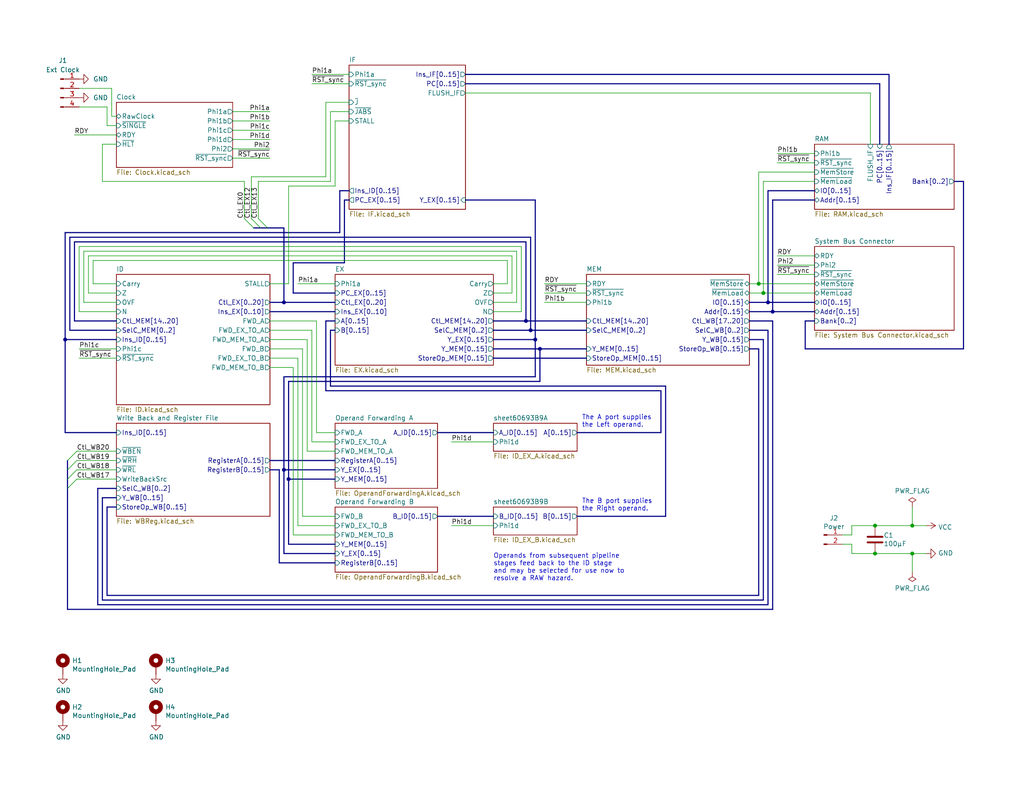
<source format=kicad_sch>
(kicad_sch (version 20230121) (generator eeschema)
  (paper "USLetter")
  (title_block (title "Turtle16: Main Board") (date "2022-09-25") (rev "C") (comment 4 "Microcomputer built from 74xx series logic chips."))
  (lib_symbols
    (symbol "Connector:Conn_01x02_Pin" (pin_names (offset 1.016) hide)
      (property "Reference" "J" (at 0 2.54 0))
      (property "Value" "Conn_01x02_Pin" (at 0 -5.08 0))
      (symbol "Conn_01x02_Pin_1_1"
        (polyline (pts (xy 1.27 -2.54) (xy 0.8636 -2.54)) (stroke (width 0.1524)))
        (polyline (pts (xy 1.27 0) (xy 0.8636 0)) (stroke (width 0.1524)))
        (rectangle (start 0.8636 -2.413) (end 0 -2.667) (stroke (width 0.1524)) (fill (type outline)))
        (rectangle (start 0.8636 0.127) (end 0 -0.127) (stroke (width 0.1524)) (fill (type outline)))
        (pin passive line (at 5.08 0 180) (length 3.81) (name "Pin_1") (number "1"))
        (pin passive line (at 5.08 -2.54 180) (length 3.81) (name "Pin_2") (number "2"))
      )
    )
    (symbol "Connector:Conn_01x04_Pin" (pin_names (offset 1.016) hide)
      (property "Reference" "J" (at 0 5.08 0))
      (property "Value" "Conn_01x04_Pin" (at 0 -7.62 0))
      (symbol "Conn_01x04_Pin_1_1"
        (polyline (pts (xy 1.27 -5.08) (xy 0.8636 -5.08)) (stroke (width 0.1524)))
        (polyline (pts (xy 1.27 -2.54) (xy 0.8636 -2.54)) (stroke (width 0.1524)))
        (polyline (pts (xy 1.27 0) (xy 0.8636 0)) (stroke (width 0.1524)))
        (polyline (pts (xy 1.27 2.54) (xy 0.8636 2.54)) (stroke (width 0.1524)))
        (rectangle (start 0.8636 -4.953) (end 0 -5.207) (stroke (width 0.1524)) (fill (type outline)))
        (rectangle (start 0.8636 -2.413) (end 0 -2.667) (stroke (width 0.1524)) (fill (type outline)))
        (rectangle (start 0.8636 0.127) (end 0 -0.127) (stroke (width 0.1524)) (fill (type outline)))
        (rectangle (start 0.8636 2.667) (end 0 2.413) (stroke (width 0.1524)) (fill (type outline)))
        (pin passive line (at 5.08 2.54 180) (length 3.81) (name "Pin_1") (number "1"))
        (pin passive line (at 5.08 0 180) (length 3.81) (name "Pin_2") (number "2"))
        (pin passive line (at 5.08 -2.54 180) (length 3.81) (name "Pin_3") (number "3"))
        (pin passive line (at 5.08 -5.08 180) (length 3.81) (name "Pin_4") (number "4"))
      )
    )
    (symbol "Device:C" (pin_numbers hide) (pin_names (offset 0.254))
      (property "Reference" "C" (at 0.635 2.54 0))
      (property "Value" "C" (at 0.635 -2.54 0))
      (symbol "C_0_1"
        (polyline (pts (xy -2.032 -0.762) (xy 2.032 -0.762)) (stroke (width 0.508)))
        (polyline (pts (xy -2.032 0.762) (xy 2.032 0.762)) (stroke (width 0.508)))
      )
      (symbol "C_1_1"
        (pin passive line (at 0 3.81 270) (length 2.794) (name "~") (number "1"))
        (pin passive line (at 0 -3.81 90) (length 2.794) (name "~") (number "2"))
      )
    )
    (symbol "Mechanical:MountingHole_Pad" (pin_numbers hide) (pin_names (offset 1.016) hide)
      (property "Reference" "H" (at 0 6.35 0))
      (property "Value" "MountingHole_Pad" (at 0 4.445 0))
      (symbol "MountingHole_Pad_0_1"
        (circle (center 0 1.27) (radius 1.27) (stroke (width 1.27)))
      )
      (symbol "MountingHole_Pad_1_1"
        (pin input line (at 0 -2.54 90) (length 2.54) (name "1") (number "1"))
      )
    )
    (symbol "power:GND" (power) (pin_names (offset 0))
      (property "Value" "GND" (at 0 -3.81 0))
      (symbol "GND_0_1"
        (polyline (pts (xy 0 0) (xy 0 -1.27) (xy 1.27 -1.27) (xy 0 -2.54) (xy -1.27 -1.27) (xy 0 -1.27)))
      )
      (symbol "GND_1_1"
        (pin power_in line (at 0 0 270) (length 0) hide (name "GND") (number "1"))
      )
    )
    (symbol "power:PWR_FLAG" (power) (pin_numbers hide) (pin_names (offset 0) hide)
      (property "Value" "PWR_FLAG" (at 0 3.81 0))
      (symbol "PWR_FLAG_0_0"
        (pin power_out line (at 0 0 90) (length 0) (name "pwr") (number "1"))
      )
      (symbol "PWR_FLAG_0_1"
        (polyline (pts (xy 0 0) (xy 0 1.27) (xy -1.016 1.905) (xy 0 2.54) (xy 1.016 1.905) (xy 0 1.27)))
      )
    )
    (symbol "power:VCC" (power) (pin_names (offset 0))
      (property "Value" "VCC" (at 0 3.81 0))
      (symbol "VCC_0_1"
        (polyline (pts (xy -0.762 1.27) (xy 0 2.54)))
        (polyline (pts (xy 0 0) (xy 0 2.54)))
        (polyline (pts (xy 0 2.54) (xy 0.762 1.27)))
      )
      (symbol "VCC_1_1"
        (pin power_in line (at 0 0 90) (length 0) hide (name "VCC") (number "1"))
      )
    )
  )
  (junction (at 77.47 128.27))
  (junction (at 147.32 95.25))
  (junction (at 207.01 77.47))
  (junction (at 238.76 151.13))
  (junction (at 248.92 151.13))
  (junction (at 208.28 80.01))
  (junction (at 143.51 87.63))
  (junction (at 146.05 92.71))
  (junction (at 144.78 90.17))
  (junction (at 248.92 143.51))
  (junction (at 78.74 130.81))
  (junction (at 209.55 82.55))
  (junction (at 77.47 82.55))
  (junction (at 210.82 85.09))
  (junction (at 17.78 92.71))
  (junction (at 238.76 143.51))
  (bus_entry (at 73.025 62.23) (size -2.54 -2.54))
  (bus_entry (at 71.12 62.23) (size -2.54 -2.54))
  (bus_entry (at 69.215 62.23) (size -2.54 -2.54))
  (bus_entry (at 18.415 128.27) (size 2.54 -2.54))
  (bus_entry (at 18.415 130.81) (size 2.54 -2.54))
  (bus_entry (at 18.415 125.73) (size 2.54 -2.54))
  (bus_entry (at 18.415 133.35) (size 2.54 -2.54))
  (bus (pts (xy 91.44 87.63) (xy 88.9 87.63)))
  (wire (pts (xy 91.44 123.19) (xy 83.82 123.19)))
  (bus (pts (xy 91.44 90.17) (xy 90.17 90.17)))
  (bus (pts (xy 73.66 82.55) (xy 77.47 82.55)))
  (wire (pts (xy 148.59 82.55) (xy 160.02 82.55)))
  (bus (pts (xy 181.61 140.97) (xy 157.48 140.97)))
  (wire (pts (xy 86.36 87.63) (xy 73.66 87.63)))
  (wire (pts (xy 21.59 95.25) (xy 31.75 95.25)))
  (bus (pts (xy 240.03 39.37) (xy 240.03 22.86)))
  (wire (pts (xy 27.94 49.53) (xy 27.94 39.37)))
  (wire (pts (xy 27.94 39.37) (xy 31.75 39.37)))
  (bus (pts (xy 88.9 87.63) (xy 88.9 106.68)))
  (wire (pts (xy 30.48 24.13) (xy 21.59 24.13)))
  (wire (pts (xy 134.62 82.55) (xy 140.97 82.55)))
  (bus (pts (xy 92.71 52.07) (xy 92.71 63.5)))
  (wire (pts (xy 91.44 120.65) (xy 85.09 120.65)))
  (wire (pts (xy 238.76 151.13) (xy 248.92 151.13)))
  (bus (pts (xy 93.98 54.61) (xy 93.98 71.755)))
  (wire (pts (xy 232.41 143.51) (xy 238.76 143.51)))
  (wire (pts (xy 142.24 85.09) (xy 142.24 67.31)))
  (wire (pts (xy 207.01 46.99) (xy 207.01 77.47)))
  (wire (pts (xy 20.955 125.73) (xy 31.75 125.73)))
  (bus (pts (xy 144.78 64.77) (xy 19.05 64.77)))
  (bus (pts (xy 78.74 104.14) (xy 78.74 130.81)))
  (bus (pts (xy 77.47 102.87) (xy 77.47 128.27)))
  (wire (pts (xy 138.43 71.12) (xy 25.4 71.12)))
  (bus (pts (xy 27.94 135.89) (xy 27.94 163.83)))
  (wire (pts (xy 95.25 27.94) (xy 88.9 27.94)))
  (bus (pts (xy 73.66 85.09) (xy 91.44 85.09)))
  (bus (pts (xy 242.57 20.32) (xy 242.57 39.37)))
  (wire (pts (xy 207.01 77.47) (xy 222.25 77.47)))
  (wire (pts (xy 80.01 146.05) (xy 80.01 100.33)))
  (bus (pts (xy 80.01 80.01) (xy 91.44 80.01)))
  (bus (pts (xy 127 20.32) (xy 242.57 20.32)))
  (wire (pts (xy 204.47 80.01) (xy 208.28 80.01)))
  (bus (pts (xy 209.55 165.1) (xy 26.67 165.1)))
  (bus (pts (xy 180.34 106.68) (xy 180.34 118.11)))
  (bus (pts (xy 209.55 82.55) (xy 209.55 52.07)))
  (wire (pts (xy 68.58 48.26) (xy 68.58 59.69)))
  (wire (pts (xy 20.955 128.27) (xy 31.75 128.27)))
  (bus (pts (xy 78.74 130.81) (xy 78.74 148.59)))
  (wire (pts (xy 25.4 77.47) (xy 31.75 77.47)))
  (bus (pts (xy 80.01 71.755) (xy 80.01 80.01)))
  (wire (pts (xy 73.66 30.48) (xy 63.5 30.48)))
  (wire (pts (xy 212.09 44.45) (xy 222.25 44.45)))
  (wire (pts (xy 29.21 34.29) (xy 29.21 29.21)))
  (bus (pts (xy 208.28 163.83) (xy 208.28 92.71)))
  (wire (pts (xy 91.44 50.8) (xy 78.74 50.8)))
  (bus (pts (xy 76.2 128.27) (xy 76.2 153.67)))
  (wire (pts (xy 208.28 49.53) (xy 208.28 80.01)))
  (wire (pts (xy 21.59 97.79) (xy 31.75 97.79)))
  (wire (pts (xy 81.28 97.79) (xy 73.66 97.79)))
  (bus (pts (xy 73.66 128.27) (xy 76.2 128.27)))
  (bus (pts (xy 262.89 49.53) (xy 262.89 95.25)))
  (wire (pts (xy 148.59 77.47) (xy 160.02 77.47)))
  (wire (pts (xy 252.73 143.51) (xy 248.92 143.51)))
  (bus (pts (xy 19.05 64.77) (xy 19.05 90.17)))
  (bus (pts (xy 95.25 54.61) (xy 93.98 54.61)))
  (wire (pts (xy 212.09 69.85) (xy 222.25 69.85)))
  (wire (pts (xy 27.94 49.53) (xy 66.675 49.53)))
  (bus (pts (xy 143.51 87.63) (xy 160.02 87.63)))
  (bus (pts (xy 210.82 166.37) (xy 18.415 166.37)))
  (wire (pts (xy 73.66 33.02) (xy 63.5 33.02)))
  (bus (pts (xy 146.05 102.87) (xy 77.47 102.87)))
  (wire (pts (xy 80.01 100.33) (xy 73.66 100.33)))
  (wire (pts (xy 91.44 33.02) (xy 91.44 50.8)))
  (bus (pts (xy 29.21 162.56) (xy 29.21 138.43)))
  (wire (pts (xy 139.7 69.85) (xy 139.7 80.01)))
  (bus (pts (xy 180.34 118.11) (xy 157.48 118.11)))
  (bus (pts (xy 134.62 92.71) (xy 146.05 92.71)))
  (bus (pts (xy 134.62 90.17) (xy 144.78 90.17)))
  (wire (pts (xy 73.66 35.56) (xy 63.5 35.56)))
  (bus (pts (xy 69.215 62.23) (xy 71.12 62.23)))
  (wire (pts (xy 22.86 68.58) (xy 22.86 82.55)))
  (bus (pts (xy 93.98 71.755) (xy 80.01 71.755)))
  (bus (pts (xy 222.25 54.61) (xy 210.82 54.61)))
  (wire (pts (xy 91.44 118.11) (xy 86.36 118.11)))
  (wire (pts (xy 140.97 68.58) (xy 22.86 68.58)))
  (bus (pts (xy 222.25 87.63) (xy 219.71 87.63)))
  (bus (pts (xy 204.47 90.17) (xy 209.55 90.17)))
  (wire (pts (xy 24.13 69.85) (xy 139.7 69.85)))
  (wire (pts (xy 222.25 49.53) (xy 208.28 49.53)))
  (wire (pts (xy 25.4 71.12) (xy 25.4 77.47)))
  (bus (pts (xy 20.32 87.63) (xy 31.75 87.63)))
  (wire (pts (xy 90.17 49.53) (xy 90.17 30.48)))
  (bus (pts (xy 181.61 105.41) (xy 181.61 140.97)))
  (wire (pts (xy 20.32 36.83) (xy 31.75 36.83)))
  (bus (pts (xy 147.32 95.25) (xy 160.02 95.25)))
  (bus (pts (xy 29.21 138.43) (xy 31.75 138.43)))
  (bus (pts (xy 73.66 125.73) (xy 91.44 125.73)))
  (wire (pts (xy 134.62 85.09) (xy 142.24 85.09)))
  (wire (pts (xy 248.92 138.43) (xy 248.92 143.51)))
  (wire (pts (xy 123.19 143.51) (xy 134.62 143.51)))
  (bus (pts (xy 77.47 151.13) (xy 91.44 151.13)))
  (wire (pts (xy 85.09 20.32) (xy 95.25 20.32)))
  (wire (pts (xy 24.13 80.01) (xy 24.13 69.85)))
  (bus (pts (xy 127 22.86) (xy 240.03 22.86)))
  (bus (pts (xy 262.89 95.25) (xy 219.71 95.25)))
  (bus (pts (xy 208.28 92.71) (xy 204.47 92.71)))
  (bus (pts (xy 77.47 82.55) (xy 91.44 82.55)))
  (wire (pts (xy 21.59 85.09) (xy 31.75 85.09)))
  (bus (pts (xy 92.71 63.5) (xy 17.78 63.5)))
  (wire (pts (xy 78.74 50.8) (xy 78.74 77.47)))
  (wire (pts (xy 83.82 123.19) (xy 83.82 92.71)))
  (bus (pts (xy 146.05 54.61) (xy 146.05 92.71)))
  (bus (pts (xy 262.89 49.53) (xy 260.35 49.53)))
  (bus (pts (xy 88.9 106.68) (xy 180.34 106.68)))
  (bus (pts (xy 78.74 130.81) (xy 91.44 130.81)))
  (wire (pts (xy 73.66 43.18) (xy 63.5 43.18)))
  (wire (pts (xy 138.43 77.47) (xy 138.43 71.12)))
  (bus (pts (xy 73.025 62.23) (xy 77.47 62.23)))
  (wire (pts (xy 222.25 46.99) (xy 207.01 46.99)))
  (wire (pts (xy 91.44 140.97) (xy 82.55 140.97)))
  (wire (pts (xy 73.66 38.1) (xy 63.5 38.1)))
  (wire (pts (xy 83.82 92.71) (xy 73.66 92.71)))
  (bus (pts (xy 210.82 87.63) (xy 210.82 166.37)))
  (bus (pts (xy 31.75 118.11) (xy 17.78 118.11)))
  (wire (pts (xy 232.41 151.13) (xy 238.76 151.13)))
  (wire (pts (xy 70.485 59.69) (xy 70.485 49.53)))
  (bus (pts (xy 18.415 130.81) (xy 18.415 133.35)))
  (wire (pts (xy 82.55 95.25) (xy 73.66 95.25)))
  (bus (pts (xy 147.32 104.14) (xy 78.74 104.14)))
  (wire (pts (xy 248.92 156.21) (xy 248.92 151.13)))
  (wire (pts (xy 95.25 33.02) (xy 91.44 33.02)))
  (wire (pts (xy 212.09 74.93) (xy 222.25 74.93)))
  (wire (pts (xy 78.74 77.47) (xy 73.66 77.47)))
  (wire (pts (xy 204.47 77.47) (xy 207.01 77.47)))
  (bus (pts (xy 204.47 87.63) (xy 210.82 87.63)))
  (bus (pts (xy 19.05 90.17) (xy 31.75 90.17)))
  (bus (pts (xy 31.75 135.89) (xy 27.94 135.89)))
  (bus (pts (xy 78.74 148.59) (xy 91.44 148.59)))
  (wire (pts (xy 91.44 146.05) (xy 80.01 146.05)))
  (bus (pts (xy 143.51 87.63) (xy 143.51 66.04)))
  (bus (pts (xy 18.415 133.35) (xy 18.415 166.37)))
  (wire (pts (xy 232.41 148.59) (xy 232.41 151.13)))
  (wire (pts (xy 123.19 120.65) (xy 134.62 120.65)))
  (wire (pts (xy 21.59 67.31) (xy 21.59 85.09)))
  (bus (pts (xy 134.62 95.25) (xy 147.32 95.25)))
  (bus (pts (xy 17.78 118.11) (xy 17.78 92.71)))
  (bus (pts (xy 209.55 90.17) (xy 209.55 165.1)))
  (wire (pts (xy 85.09 22.86) (xy 95.25 22.86)))
  (wire (pts (xy 29.21 29.21) (xy 21.59 29.21)))
  (wire (pts (xy 88.9 27.94) (xy 88.9 48.26)))
  (wire (pts (xy 237.49 39.37) (xy 237.49 25.4)))
  (wire (pts (xy 229.87 146.05) (xy 232.41 146.05)))
  (bus (pts (xy 77.47 128.27) (xy 77.47 151.13)))
  (bus (pts (xy 146.05 92.71) (xy 146.05 102.87)))
  (bus (pts (xy 26.67 165.1) (xy 26.67 133.35)))
  (wire (pts (xy 85.09 120.65) (xy 85.09 90.17)))
  (wire (pts (xy 212.09 72.39) (xy 222.25 72.39)))
  (wire (pts (xy 134.62 77.47) (xy 138.43 77.47)))
  (wire (pts (xy 31.75 31.75) (xy 30.48 31.75)))
  (wire (pts (xy 229.87 148.59) (xy 232.41 148.59)))
  (bus (pts (xy 134.62 97.79) (xy 160.02 97.79)))
  (bus (pts (xy 210.82 54.61) (xy 210.82 85.09)))
  (bus (pts (xy 76.2 153.67) (xy 91.44 153.67)))
  (bus (pts (xy 77.47 82.55) (xy 77.47 62.23)))
  (bus (pts (xy 207.01 95.25) (xy 207.01 162.56)))
  (bus (pts (xy 219.71 95.25) (xy 219.71 87.63)))
  (bus (pts (xy 18.415 125.73) (xy 18.415 128.27)))
  (bus (pts (xy 31.75 92.71) (xy 17.78 92.71)))
  (wire (pts (xy 91.44 143.51) (xy 81.28 143.51)))
  (wire (pts (xy 248.92 151.13) (xy 252.73 151.13)))
  (wire (pts (xy 82.55 140.97) (xy 82.55 95.25)))
  (wire (pts (xy 148.59 80.01) (xy 160.02 80.01)))
  (wire (pts (xy 208.28 80.01) (xy 222.25 80.01)))
  (wire (pts (xy 232.41 143.51) (xy 232.41 146.05)))
  (wire (pts (xy 30.48 31.75) (xy 30.48 24.13)))
  (wire (pts (xy 238.76 143.51) (xy 248.92 143.51)))
  (wire (pts (xy 81.28 77.47) (xy 91.44 77.47)))
  (wire (pts (xy 88.9 48.26) (xy 68.58 48.26)))
  (wire (pts (xy 85.09 90.17) (xy 73.66 90.17)))
  (bus (pts (xy 90.17 90.17) (xy 90.17 105.41)))
  (bus (pts (xy 209.55 82.55) (xy 222.25 82.55)))
  (bus (pts (xy 143.51 66.04) (xy 20.32 66.04)))
  (wire (pts (xy 31.75 34.29) (xy 29.21 34.29)))
  (bus (pts (xy 77.47 128.27) (xy 91.44 128.27)))
  (wire (pts (xy 86.36 118.11) (xy 86.36 87.63)))
  (bus (pts (xy 144.78 90.17) (xy 144.78 64.77)))
  (wire (pts (xy 66.675 49.53) (xy 66.675 59.69)))
  (bus (pts (xy 20.32 66.04) (xy 20.32 87.63)))
  (bus (pts (xy 127 54.61) (xy 146.05 54.61)))
  (bus (pts (xy 210.82 85.09) (xy 222.25 85.09)))
  (wire (pts (xy 73.66 40.64) (xy 63.5 40.64)))
  (wire (pts (xy 134.62 80.01) (xy 139.7 80.01)))
  (bus (pts (xy 18.415 128.27) (xy 18.415 130.81)))
  (bus (pts (xy 144.78 90.17) (xy 160.02 90.17)))
  (bus (pts (xy 26.67 133.35) (xy 31.75 133.35)))
  (bus (pts (xy 119.38 118.11) (xy 134.62 118.11)))
  (wire (pts (xy 22.86 82.55) (xy 31.75 82.55)))
  (bus (pts (xy 71.12 62.23) (xy 73.025 62.23)))
  (bus (pts (xy 204.47 95.25) (xy 207.01 95.25)))
  (wire (pts (xy 212.09 41.91) (xy 222.25 41.91)))
  (wire (pts (xy 90.17 30.48) (xy 95.25 30.48)))
  (bus (pts (xy 209.55 52.07) (xy 222.25 52.07)))
  (wire (pts (xy 70.485 49.53) (xy 90.17 49.53)))
  (bus (pts (xy 204.47 85.09) (xy 210.82 85.09)))
  (wire (pts (xy 31.75 80.01) (xy 24.13 80.01)))
  (bus (pts (xy 147.32 95.25) (xy 147.32 104.14)))
  (bus (pts (xy 204.47 82.55) (xy 209.55 82.55)))
  (bus (pts (xy 119.38 140.97) (xy 134.62 140.97)))
  (wire (pts (xy 20.955 123.19) (xy 31.75 123.19)))
  (bus (pts (xy 90.17 105.41) (xy 181.61 105.41)))
  (wire (pts (xy 127 25.4) (xy 237.49 25.4)))
  (bus (pts (xy 134.62 87.63) (xy 143.51 87.63)))
  (wire (pts (xy 21.59 67.31) (xy 142.24 67.31)))
  (wire (pts (xy 20.955 130.81) (xy 31.75 130.81)))
  (bus (pts (xy 207.01 162.56) (xy 29.21 162.56)))
  (bus (pts (xy 17.78 63.5) (xy 17.78 92.71)))
  (bus (pts (xy 95.25 52.07) (xy 92.71 52.07)))
  (wire (pts (xy 140.97 82.55) (xy 140.97 68.58)))
  (bus (pts (xy 27.94 163.83) (xy 208.28 163.83)))
  (wire (pts (xy 81.28 143.51) (xy 81.28 97.79)))
  (text "Operands from subsequent pipeline\nstages feed back to the ID stage\nand may be selected for use now to\nresolve a RAW hazard." (at 134.62 158.75 0) (effects (font (size 1.27 1.27)) (justify left bottom)))
  (text "The B port supplies\nthe Right operand." (at 158.75 139.7 0) (effects (font (size 1.27 1.27)) (justify left bottom)))
  (text "The A port supplies\nthe Left operand." (at 158.75 116.84 0) (effects (font (size 1.27 1.27)) (justify left bottom)))
  (label "~{RST_sync}" (at 21.59 97.79 0))
  (label "Phi2" (at 212.09 72.39 0))
  (label "~{RST_sync}" (at 212.09 74.93 0))
  (label "Phi1b" (at 73.66 33.02 180))
  (label "Ctl_EX0" (at 66.675 59.69 90))
  (label "Ctl_WB18" (at 20.955 128.27 0))
  (label "Phi1d" (at 123.19 120.65 0))
  (label "RDY" (at 212.09 69.85 0))
  (label "~{RST_sync}" (at 85.09 22.86 0))
  (label "Phi1a" (at 81.28 77.47 0))
  (label "~{RST_sync}" (at 148.59 80.01 0))
  (label "Phi1c" (at 73.66 35.56 180))
  (label "Phi1b" (at 148.59 82.55 0))
  (label "Ctl_EX13" (at 70.485 59.69 90))
  (label "Phi1b" (at 212.09 41.91 0))
  (label "Ctl_WB19" (at 20.955 125.73 0))
  (label "Phi1c" (at 21.59 95.25 0))
  (label "Ctl_WB17" (at 20.955 130.81 0))
  (label "Phi1a" (at 73.66 30.48 180))
  (label "RDY" (at 148.59 77.47 0))
  (label "Ctl_WB20" (at 20.955 123.19 0))
  (label "RDY" (at 20.32 36.83 0))
  (label "Phi1d" (at 123.19 143.51 0))
  (label "Phi2" (at 73.66 40.64 180))
  (label "Phi1d" (at 73.66 38.1 180))
  (label "Phi1a" (at 85.09 20.32 0))
  (label "Ctl_EX12" (at 68.58 59.69 90))
  (label "~{RST_sync}" (at 212.09 44.45 0))
  (label "~{RST_sync}" (at 73.66 43.18 180))
  (symbol (lib_id "Connector:Conn_01x02_Pin") (at 224.79 146.05 0) (unit 1)
    (property "Reference" "J2" (at 227.5332 141.4526 0))
    (property "Value" "Power" (at 227.5332 143.764 0))
    (property "Footprint" "Connector_Molex:172448-0002" (effects hide))
    (property "Mouser" "https://www.mouser.com/ProductDetail/538-172448-0002" (effects hide))
  )
  (symbol (lib_id "Mechanical:MountingHole_Pad") (at 17.145 181.61 0) (unit 1)
    (property "Reference" "H1" (at 19.685 180.3654 0) (effects (justify left)))
    (property "Value" "MountingHole_Pad" (at 19.685 182.6768 0) (effects (justify left)))
    (property "Footprint" "MountingHole:MountingHole_3.2mm_M3_Pad" (effects hide))
  )
  (symbol (lib_id "Mechanical:MountingHole_Pad") (at 42.545 181.61 0) (unit 1)
    (property "Reference" "H3" (at 45.085 180.3654 0) (effects (justify left)))
    (property "Value" "MountingHole_Pad" (at 45.085 182.6768 0) (effects (justify left)))
    (property "Footprint" "MountingHole:MountingHole_3.2mm_M3_Pad" (effects hide))
  )
  (symbol (lib_id "power:GND") (at 21.59 21.59 90) (unit 1)
    (property "Reference" "#PWR03" (effects hide))
    (property "Value" "GND" (at 25.4 21.5899 90) (effects (justify right)))
  )
  (symbol (lib_id "Mechanical:MountingHole_Pad") (at 42.545 194.31 0) (unit 1)
    (property "Reference" "H4" (at 45.085 193.0654 0) (effects (justify left)))
    (property "Value" "MountingHole_Pad" (at 45.085 195.3768 0) (effects (justify left)))
    (property "Footprint" "MountingHole:MountingHole_3.2mm_M3_Pad" (effects hide))
  )
  (symbol (lib_id "Device:C") (at 238.76 147.32 0) (unit 1)
    (property "Reference" "C1" (at 241.0968 146.1516 0) (effects (justify left)))
    (property "Value" "100µF" (at 241.0968 148.463 0) (effects (justify left)))
    (property "Footprint" "Capacitor_SMD:C_1206_3216Metric_Pad1.33x1.80mm_HandSolder" (effects hide))
    (property "Mouser" "https://www.mouser.com/ProductDetail/963-AMK316ABJ107ML-T" (effects hide))
  )
  (symbol (lib_id "Mechanical:MountingHole_Pad") (at 17.145 194.31 0) (unit 1)
    (property "Reference" "H2" (at 19.685 193.0654 0) (effects (justify left)))
    (property "Value" "MountingHole_Pad" (at 19.685 195.3768 0) (effects (justify left)))
    (property "Footprint" "MountingHole:MountingHole_3.2mm_M3_Pad" (effects hide))
  )
  (symbol (lib_id "power:PWR_FLAG") (at 248.92 138.43 0) (unit 1)
    (property "Reference" "#FLG01" (effects hide))
    (property "Value" "PWR_FLAG" (at 248.92 134.0358 0))
  )
  (symbol (lib_id "power:VCC") (at 252.73 143.51 270) (unit 1)
    (property "Reference" "#PWR07" (effects hide))
    (property "Value" "VCC" (at 255.9812 143.9418 90) (effects (justify left)))
  )
  (symbol (lib_id "power:GND") (at 21.59 26.67 90) (unit 1)
    (property "Reference" "#PWR04" (effects hide))
    (property "Value" "GND" (at 25.4 26.6699 90) (effects (justify right)))
  )
  (symbol (lib_id "power:GND") (at 17.145 184.15 0) (unit 1)
    (property "Reference" "#PWR01" (effects hide))
    (property "Value" "GND" (at 17.272 188.5442 0))
  )
  (symbol (lib_id "Connector:Conn_01x04_Pin") (at 16.51 24.13 0) (unit 1)
    (property "Reference" "J1" (at 17.145 16.51 0))
    (property "Value" "Ext Clock" (at 17.145 19.05 0))
    (property "Footprint" "Connector_PinHeader_2.54mm:PinHeader_1x04_P2.54mm_Vertical" (effects hide))
  )
  (symbol (lib_id "power:PWR_FLAG") (at 248.92 156.21 180) (unit 1)
    (property "Reference" "#FLG02" (effects hide))
    (property "Value" "PWR_FLAG" (at 248.92 160.6042 0))
  )
  (symbol (lib_id "power:GND") (at 42.545 184.15 0) (unit 1)
    (property "Reference" "#PWR05" (effects hide))
    (property "Value" "GND" (at 42.672 188.5442 0))
  )
  (symbol (lib_id "power:GND") (at 252.73 151.13 90) (unit 1)
    (property "Reference" "#PWR08" (effects hide))
    (property "Value" "GND" (at 255.9812 151.003 90) (effects (justify right)))
  )
  (symbol (lib_id "power:GND") (at 17.145 196.85 0) (unit 1)
    (property "Reference" "#PWR02" (effects hide))
    (property "Value" "GND" (at 17.272 201.2442 0))
  )
  (symbol (lib_id "power:GND") (at 42.545 196.85 0) (unit 1)
    (property "Reference" "#PWR06" (effects hide))
    (property "Value" "GND" (at 42.672 201.2442 0))
  )
  (sheet (at 222.25 67.31) (size 38.1 22.86)
    (property "Sheetname" "System Bus Connector" (at 222.25 66.5984 0) (effects (justify left bottom)))
    (property "Sheetfile" "System Bus Connector.kicad_sch" (at 222.25 90.7546 0) (effects (justify left top)))
    (pin "IO[0..15]" tri_state (at 222.25 82.55 180))
    (pin "Addr[0..15]" tri_state (at 222.25 85.09 180))
    (pin "~{MemLoad}" tri_state (at 222.25 80.01 180))
    (pin "~{MemStore}" tri_state (at 222.25 77.47 180))
    (pin "RDY" bidirectional (at 222.25 69.85 180))
    (pin "Phi2" input (at 222.25 72.39 180))
    (pin "~{RST_sync}" input (at 222.25 74.93 180))
    (pin "Bank[0..2]" input (at 222.25 87.63 180))
  )
  (sheet (at 95.25 17.78) (size 31.75 39.37)
    (property "Sheetname" "IF" (at 95.25 17.0684 0) (effects (justify left bottom)))
    (property "Sheetfile" "IF.kicad_sch" (at 95.25 57.7346 0) (effects (justify left top)))
    (pin "Ins_ID[0..15]" output (at 95.25 52.07 180))
    (pin "PC_EX[0..15]" output (at 95.25 54.61 180))
    (pin "Y_EX[0..15]" input (at 127 54.61 0))
    (pin "~{J}" input (at 95.25 27.94 180))
    (pin "~{JABS}" input (at 95.25 30.48 180))
    (pin "STALL" input (at 95.25 33.02 180))
    (pin "~{RST_sync}" input (at 95.25 22.86 180))
    (pin "Phi1a" input (at 95.25 20.32 180))
    (pin "PC[0..15]" output (at 127 22.86 0))
    (pin "FLUSH_IF" output (at 127 25.4 0))
    (pin "Ins_IF[0..15]" output (at 127 20.32 0))
  )
  (sheet (at 31.75 74.93) (size 41.91 35.56)
    (property "Sheetname" "ID" (at 31.75 74.2184 0) (effects (justify left bottom)))
    (property "Sheetfile" "ID.kicad_sch" (at 31.75 111.0746 0) (effects (justify left top)))
    (pin "Z" input (at 31.75 80.01 180))
    (pin "Carry" input (at 31.75 77.47 180))
    (pin "Ins_ID[0..15]" input (at 31.75 92.71 180))
    (pin "Ctl_EX[0..20]" output (at 73.66 82.55 0))
    (pin "OVF" input (at 31.75 82.55 180))
    (pin "Ins_EX[0..10]" output (at 73.66 85.09 0))
    (pin "STALL" output (at 73.66 77.47 0))
    (pin "Ctl_MEM[14..20]" input (at 31.75 87.63 180))
    (pin "SelC_MEM[0..2]" input (at 31.75 90.17 180))
    (pin "FWD_EX_TO_B" output (at 73.66 97.79 0))
    (pin "FWD_MEM_TO_B" output (at 73.66 100.33 0))
    (pin "FWD_B" output (at 73.66 95.25 0))
    (pin "FWD_EX_TO_A" output (at 73.66 90.17 0))
    (pin "FWD_MEM_TO_A" output (at 73.66 92.71 0))
    (pin "FWD_A" output (at 73.66 87.63 0))
    (pin "Phi1c" input (at 31.75 95.25 180))
    (pin "~{RST_sync}" input (at 31.75 97.79 180))
    (pin "N" input (at 31.75 85.09 180))
  )
  (sheet (at 91.44 74.93) (size 43.18 24.765)
    (property "Sheetname" "EX" (at 91.44 74.2184 0) (effects (justify left bottom)))
    (property "Sheetfile" "EX.kicad_sch" (at 91.44 100.2796 0) (effects (justify left top)))
    (pin "Y_MEM[0..15]" output (at 134.62 95.25 0))
    (pin "Ctl_MEM[14..20]" output (at 134.62 87.63 0))
    (pin "Z" output (at 134.62 80.01 0))
    (pin "Carry" output (at 134.62 77.47 0))
    (pin "OVF" output (at 134.62 82.55 0))
    (pin "StoreOp_MEM[0..15]" output (at 134.62 97.79 0))
    (pin "SelC_MEM[0..2]" output (at 134.62 90.17 0))
    (pin "Ctl_EX[0..20]" input (at 91.44 82.55 180))
    (pin "PC_EX[0..15]" input (at 91.44 80.01 180))
    (pin "Ins_EX[0..10]" input (at 91.44 85.09 180))
    (pin "A[0..15]" input (at 91.44 87.63 180))
    (pin "B[0..15]" input (at 91.44 90.17 180))
    (pin "Y_EX[0..15]" output (at 134.62 92.71 0))
    (pin "Phi1a" input (at 91.44 77.47 180))
    (pin "N" output (at 134.62 85.09 0))
  )
  (sheet (at 160.02 74.93) (size 44.45 24.765)
    (property "Sheetname" "MEM" (at 160.02 74.2184 0) (effects (justify left bottom)))
    (property "Sheetfile" "MEM.kicad_sch" (at 160.02 100.2796 0) (effects (justify left top)))
    (pin "StoreOp_MEM[0..15]" input (at 160.02 97.79 180))
    (pin "StoreOp_WB[0..15]" output (at 204.47 95.25 0))
    (pin "Y_MEM[0..15]" input (at 160.02 95.25 180))
    (pin "Ctl_MEM[14..20]" input (at 160.02 87.63 180))
    (pin "~{MemStore}" tri_state (at 204.47 77.47 0))
    (pin "~{MemLoad}" tri_state (at 204.47 80.01 0))
    (pin "IO[0..15]" tri_state (at 204.47 82.55 0))
    (pin "Addr[0..15]" tri_state (at 204.47 85.09 0))
    (pin "RDY" input (at 160.02 77.47 180))
    (pin "SelC_WB[0..2]" output (at 204.47 90.17 0))
    (pin "SelC_MEM[0..2]" input (at 160.02 90.17 180))
    (pin "Ctl_WB[17..20]" output (at 204.47 87.63 0))
    (pin "Y_WB[0..15]" output (at 204.47 92.71 0))
    (pin "~{RST_sync}" input (at 160.02 80.01 180))
    (pin "Phi1b" input (at 160.02 82.55 180))
  )
  (sheet (at 222.25 39.37) (size 38.1 17.78) (stroke (width 0.1524))
    (property "Sheetname" "RAM" (at 222.25 38.6584 0) (effects (justify left bottom)))
    (property "Sheetfile" "RAM.kicad_sch" (at 222.25 57.7346 0) (effects (justify left top)))
    (pin "IO[0..15]" tri_state (at 222.25 52.07 180))
    (pin "PC[0..15]" input (at 240.03 39.37 90))
    (pin "Addr[0..15]" tri_state (at 222.25 54.61 180))
    (pin "Ins_IF[0..15]" output (at 242.57 39.37 90))
    (pin "~{MemLoad}" input (at 222.25 49.53 180))
    (pin "~{MemStore}" input (at 222.25 46.99 180))
    (pin "Bank[0..2]" output (at 260.35 49.53 0))
    (pin "Phi1b" input (at 222.25 41.91 180))
    (pin "~{RST_sync}" input (at 222.25 44.45 180))
    (pin "FLUSH_IF" input (at 237.49 39.37 90))
  )
  (sheet (at 91.44 138.43) (size 27.94 17.78)
    (property "Sheetname" "Operand Forwarding B" (at 91.44 137.7184 0) (effects (justify left bottom)))
    (property "Sheetfile" "OperandForwardingB.kicad_sch" (at 91.44 156.7946 0) (effects (justify left top)))
    (pin "FWD_B" input (at 91.44 140.97 180))
    (pin "B_ID[0..15]" output (at 119.38 140.97 0))
    (pin "RegisterB[0..15]" input (at 91.44 153.67 180))
    (pin "Y_EX[0..15]" input (at 91.44 151.13 180))
    (pin "Y_MEM[0..15]" input (at 91.44 148.59 180))
    (pin "FWD_EX_TO_B" input (at 91.44 143.51 180))
    (pin "FWD_MEM_TO_B" input (at 91.44 146.05 180))
  )
  (sheet (at 31.75 27.94) (size 31.75 17.78) (stroke (width 0.1524))
    (property "Sheetname" "Clock" (at 31.75 27.2284 0) (effects (justify left bottom)))
    (property "Sheetfile" "Clock.kicad_sch" (at 31.75 46.3046 0) (effects (justify left top)))
    (pin "RawClock" bidirectional (at 31.75 31.75 180))
    (pin "~{HLT}" input (at 31.75 39.37 180))
    (pin "Phi1a" output (at 63.5 30.48 0))
    (pin "Phi1b" output (at 63.5 33.02 0))
    (pin "Phi2" output (at 63.5 40.64 0))
    (pin "Phi1d" output (at 63.5 38.1 0))
    (pin "Phi1c" output (at 63.5 35.56 0))
    (pin "RDY" tri_state (at 31.75 36.83 180))
    (pin "~{RST_sync}" output (at 63.5 43.18 0))
    (pin "~{SINGLE}" input (at 31.75 34.29 180))
  )
  (sheet (at 91.44 115.57) (size 27.94 17.78)
    (property "Sheetname" "Operand Forwarding A" (at 91.44 114.8584 0) (effects (justify left bottom)))
    (property "Sheetfile" "OperandForwardingA.kicad_sch" (at 91.44 133.9346 0) (effects (justify left top)))
    (pin "FWD_A" input (at 91.44 118.11 180))
    (pin "A_ID[0..15]" output (at 119.38 118.11 0))
    (pin "RegisterA[0..15]" input (at 91.44 125.73 180))
    (pin "Y_EX[0..15]" input (at 91.44 128.27 180))
    (pin "Y_MEM[0..15]" input (at 91.44 130.81 180))
    (pin "FWD_EX_TO_A" input (at 91.44 120.65 180))
    (pin "FWD_MEM_TO_A" input (at 91.44 123.19 180))
  )
  (sheet (at 134.62 115.57) (size 22.86 7.62)
    (property "Sheetname" "sheet60693B9A" (at 134.62 114.8584 0) (effects (justify left bottom)))
    (property "Sheetfile" "ID_EX_A.kicad_sch" (at 134.62 123.7746 0) (effects (justify left top)))
    (pin "A_ID[0..15]" input (at 134.62 118.11 180))
    (pin "A[0..15]" output (at 157.48 118.11 0))
    (pin "Phi1d" input (at 134.62 120.65 180))
  )
  (sheet (at 134.62 138.43) (size 22.86 7.62)
    (property "Sheetname" "sheet60693B9B" (at 134.62 137.7184 0) (effects (justify left bottom)))
    (property "Sheetfile" "ID_EX_B.kicad_sch" (at 134.62 146.6346 0) (effects (justify left top)))
    (pin "B_ID[0..15]" input (at 134.62 140.97 180))
    (pin "B[0..15]" output (at 157.48 140.97 0))
    (pin "Phi1d" input (at 134.62 143.51 180))
  )
  (sheet (at 31.75 115.57) (size 41.91 25.4) (stroke (width 0.1524))
    (property "Sheetname" "Write Back and Register File" (at 31.75 114.8584 0) (effects (justify left bottom)))
    (property "Sheetfile" "WBReg.kicad_sch" (at 31.75 141.5546 0) (effects (justify left top)))
    (pin "~{WRL}" input (at 31.75 128.27 180))
    (pin "~{WBEN}" input (at 31.75 123.19 180))
    (pin "StoreOp_WB[0..15]" input (at 31.75 138.43 180))
    (pin "Y_WB[0..15]" input (at 31.75 135.89 180))
    (pin "WriteBackSrc" input (at 31.75 130.81 180))
    (pin "SelC_WB[0..2]" input (at 31.75 133.35 180))
    (pin "Ins_ID[0..15]" input (at 31.75 118.11 180))
    (pin "~{WRH}" input (at 31.75 125.73 180))
    (pin "RegisterA[0..15]" output (at 73.66 125.73 0))
    (pin "RegisterB[0..15]" output (at 73.66 128.27 0))
  )
)
</source>
